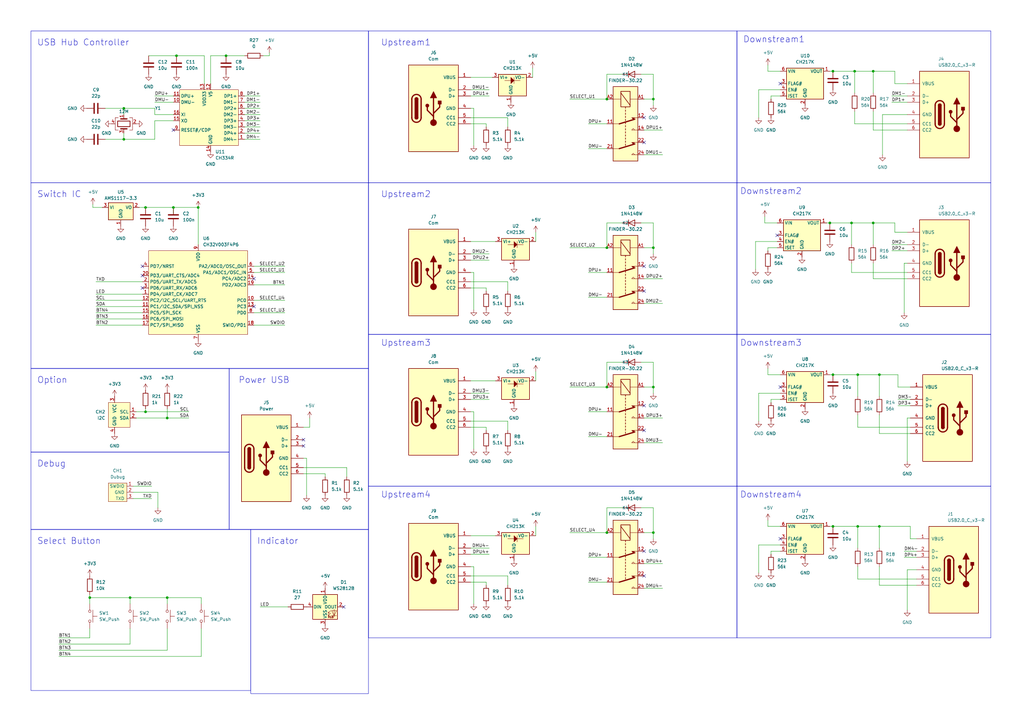
<source format=kicad_sch>
(kicad_sch (version 20230121) (generator eeschema)
  (paper "A3")
  (junction (at 53.34 245.11))
  (junction (at 351.79 215.9))
  (junction (at 341.63 215.9))
  (junction (at 349.25 91.44))
  (junction (at 267.97 101.6))
  (junction (at 92.71 22.86))
  (junction (at 358.14 29.21))
  (junction (at 50.8 44.45))
  (junction (at 267.97 158.75))
  (junction (at 360.68 153.67))
  (junction (at 340.36 91.44))
  (junction (at 350.52 29.21))
  (junction (at 59.69 168.91))
  (junction (at 248.92 101.6))
  (junction (at 267.97 218.44))
  (junction (at 358.14 91.44))
  (junction (at 248.92 40.64))
  (junction (at 248.92 158.75))
  (junction (at 248.92 218.44))
  (junction (at 68.58 171.45))
  (junction (at 50.8 57.15))
  (junction (at 81.28 85.09))
  (junction (at 59.69 85.09))
  (junction (at 360.68 215.9))
  (junction (at 267.97 40.64))
  (junction (at 36.83 245.11))
  (junction (at 71.12 85.09))
  (junction (at 351.79 153.67))
  (junction (at 72.39 22.86))
  (junction (at 341.63 153.67))
  (junction (at 68.58 245.11))
  (junction (at 341.63 29.21))
  (no_connect (at 264.16 58.42))
  (no_connect (at 58.42 118.11))
  (no_connect (at 264.16 166.37))
  (no_connect (at 71.12 53.34))
  (no_connect (at 264.16 236.22))
  (no_connect (at 104.14 114.3))
  (no_connect (at 264.16 109.22))
  (no_connect (at 104.14 125.73))
  (no_connect (at 318.77 96.52))
  (no_connect (at 264.16 176.53))
  (no_connect (at 124.46 182.88))
  (no_connect (at 320.04 34.29))
  (no_connect (at 320.04 158.75))
  (no_connect (at 140.97 248.92))
  (no_connect (at 124.46 180.34))
  (no_connect (at 58.42 113.03))
  (no_connect (at 264.16 226.06))
  (no_connect (at 320.04 220.98))
  (no_connect (at 264.16 48.26))
  (no_connect (at 58.42 109.22))
  (no_connect (at 264.16 119.38))
  (wire (pts (xy 358.14 91.44) (xy 358.14 100.33)))
  (wire (pts (xy 360.68 153.67) (xy 360.68 162.56)))
  (wire (pts (xy 360.68 177.8) (xy 373.38 177.8)))
  (wire (pts (xy 100.33 57.15) (xy 106.68 57.15)))
  (wire (pts (xy 370.84 228.6) (xy 375.92 228.6)))
  (wire (pts (xy 142.24 191.77) (xy 142.24 195.58)))
  (wire (pts (xy 218.44 31.75) (xy 218.44 27.94)))
  (wire (pts (xy 368.3 163.83) (xy 373.38 163.83)))
  (wire (pts (xy 193.04 106.68) (xy 200.66 106.68)))
  (wire (pts (xy 368.3 153.67) (xy 360.68 153.67)))
  (wire (pts (xy 313.69 88.9) (xy 313.69 91.44)))
  (wire (pts (xy 39.37 123.19) (xy 58.42 123.19)))
  (wire (pts (xy 264.16 114.3) (xy 271.78 114.3)))
  (wire (pts (xy 104.14 133.35) (xy 116.84 133.35)))
  (wire (pts (xy 361.95 63.5) (xy 361.95 46.99)))
  (wire (pts (xy 24.13 269.24) (xy 82.55 269.24)))
  (wire (pts (xy 255.27 148.59) (xy 248.92 148.59)))
  (wire (pts (xy 50.8 57.15) (xy 43.18 57.15)))
  (wire (pts (xy 208.28 48.26) (xy 208.28 52.07)))
  (wire (pts (xy 36.83 245.11) (xy 53.34 245.11)))
  (wire (pts (xy 68.58 167.64) (xy 68.58 171.45)))
  (wire (pts (xy 360.68 153.67) (xy 351.79 153.67)))
  (wire (pts (xy 264.16 158.75) (xy 267.97 158.75)))
  (wire (pts (xy 351.79 215.9) (xy 351.79 224.79)))
  (wire (pts (xy 314.96 215.9) (xy 320.04 215.9)))
  (wire (pts (xy 193.04 104.14) (xy 200.66 104.14)))
  (wire (pts (xy 68.58 245.11) (xy 68.58 247.65)))
  (wire (pts (xy 193.04 31.75) (xy 201.93 31.75)))
  (wire (pts (xy 372.11 189.23) (xy 372.11 171.45)))
  (wire (pts (xy 267.97 40.64) (xy 267.97 43.18)))
  (wire (pts (xy 365.76 102.87) (xy 372.11 102.87)))
  (wire (pts (xy 193.04 115.57) (xy 208.28 115.57)))
  (wire (pts (xy 219.71 99.06) (xy 219.71 95.25)))
  (wire (pts (xy 314.96 102.87) (xy 314.96 101.6)))
  (wire (pts (xy 50.8 44.45) (xy 50.8 46.99)))
  (wire (pts (xy 63.5 41.91) (xy 71.12 41.91)))
  (wire (pts (xy 193.04 219.71) (xy 203.2 219.71)))
  (wire (pts (xy 370.84 128.27) (xy 370.84 107.95)))
  (wire (pts (xy 193.04 50.8) (xy 199.39 50.8)))
  (wire (pts (xy 316.23 227.33) (xy 316.23 226.06)))
  (wire (pts (xy 367.03 91.44) (xy 358.14 91.44)))
  (wire (pts (xy 82.55 269.24) (xy 82.55 257.81)))
  (wire (pts (xy 53.34 245.11) (xy 53.34 247.65)))
  (wire (pts (xy 351.79 153.67) (xy 341.63 153.67)))
  (wire (pts (xy 340.36 215.9) (xy 341.63 215.9)))
  (wire (pts (xy 264.16 181.61) (xy 271.78 181.61)))
  (wire (pts (xy 264.16 124.46) (xy 271.78 124.46)))
  (wire (pts (xy 100.33 44.45) (xy 106.68 44.45)))
  (wire (pts (xy 267.97 218.44) (xy 267.97 220.98)))
  (wire (pts (xy 372.11 233.68) (xy 375.92 233.68)))
  (wire (pts (xy 349.25 91.44) (xy 349.25 100.33)))
  (wire (pts (xy 320.04 223.52) (xy 311.15 223.52)))
  (wire (pts (xy 264.16 171.45) (xy 271.78 171.45)))
  (wire (pts (xy 313.69 91.44) (xy 318.77 91.44)))
  (wire (pts (xy 358.14 91.44) (xy 349.25 91.44)))
  (wire (pts (xy 351.79 153.67) (xy 351.79 162.56)))
  (wire (pts (xy 100.33 54.61) (xy 106.68 54.61)))
  (wire (pts (xy 241.3 168.91) (xy 248.92 168.91)))
  (wire (pts (xy 208.28 172.72) (xy 208.28 176.53)))
  (wire (pts (xy 193.04 48.26) (xy 208.28 48.26)))
  (wire (pts (xy 368.3 158.75) (xy 373.38 158.75)))
  (wire (pts (xy 367.03 95.25) (xy 372.11 95.25)))
  (wire (pts (xy 193.04 39.37) (xy 200.66 39.37)))
  (wire (pts (xy 365.76 41.91) (xy 372.11 41.91)))
  (wire (pts (xy 193.04 44.45) (xy 194.31 44.45)))
  (wire (pts (xy 360.68 215.9) (xy 373.38 215.9)))
  (wire (pts (xy 68.58 266.7) (xy 68.58 257.81)))
  (wire (pts (xy 316.23 40.64) (xy 316.23 39.37)))
  (wire (pts (xy 351.79 237.49) (xy 375.92 237.49)))
  (wire (pts (xy 55.88 171.45) (xy 68.58 171.45)))
  (wire (pts (xy 86.36 22.86) (xy 86.36 34.29)))
  (wire (pts (xy 370.84 107.95) (xy 372.11 107.95)))
  (wire (pts (xy 194.31 111.76) (xy 194.31 127)))
  (wire (pts (xy 372.11 171.45) (xy 373.38 171.45)))
  (wire (pts (xy 267.97 148.59) (xy 267.97 158.75)))
  (wire (pts (xy 199.39 50.8) (xy 199.39 52.07)))
  (wire (pts (xy 372.11 100.33) (xy 365.76 100.33)))
  (wire (pts (xy 50.8 54.61) (xy 50.8 57.15)))
  (wire (pts (xy 100.33 49.53) (xy 106.68 49.53)))
  (wire (pts (xy 219.71 219.71) (xy 219.71 215.9)))
  (wire (pts (xy 100.33 52.07) (xy 106.68 52.07)))
  (wire (pts (xy 262.89 208.28) (xy 267.97 208.28)))
  (wire (pts (xy 314.96 29.21) (xy 320.04 29.21)))
  (wire (pts (xy 241.3 60.96) (xy 248.92 60.96)))
  (wire (pts (xy 124.46 191.77) (xy 142.24 191.77)))
  (wire (pts (xy 71.12 85.09) (xy 81.28 85.09)))
  (wire (pts (xy 264.16 231.14) (xy 271.78 231.14)))
  (wire (pts (xy 64.77 201.93) (xy 64.77 208.28)))
  (wire (pts (xy 193.04 99.06) (xy 203.2 99.06)))
  (wire (pts (xy 255.27 91.44) (xy 248.92 91.44)))
  (wire (pts (xy 193.04 224.79) (xy 200.66 224.79)))
  (wire (pts (xy 255.27 208.28) (xy 248.92 208.28)))
  (wire (pts (xy 372.11 250.19) (xy 372.11 233.68)))
  (wire (pts (xy 53.34 264.16) (xy 53.34 257.81)))
  (wire (pts (xy 372.11 53.34) (xy 358.14 53.34)))
  (wire (pts (xy 106.68 248.92) (xy 118.11 248.92)))
  (wire (pts (xy 194.31 44.45) (xy 194.31 59.69)))
  (wire (pts (xy 341.63 29.21) (xy 350.52 29.21)))
  (wire (pts (xy 100.33 39.37) (xy 106.68 39.37)))
  (wire (pts (xy 193.04 118.11) (xy 199.39 118.11)))
  (wire (pts (xy 36.83 261.62) (xy 36.83 257.81)))
  (wire (pts (xy 39.37 125.73) (xy 58.42 125.73)))
  (wire (pts (xy 39.37 133.35) (xy 58.42 133.35)))
  (wire (pts (xy 316.23 163.83) (xy 320.04 163.83)))
  (wire (pts (xy 193.04 156.21) (xy 203.2 156.21)))
  (wire (pts (xy 100.33 41.91) (xy 106.68 41.91)))
  (wire (pts (xy 241.3 238.76) (xy 248.92 238.76)))
  (wire (pts (xy 341.63 215.9) (xy 351.79 215.9)))
  (wire (pts (xy 367.03 34.29) (xy 372.11 34.29)))
  (wire (pts (xy 193.04 161.29) (xy 200.66 161.29)))
  (wire (pts (xy 82.55 245.11) (xy 82.55 247.65)))
  (wire (pts (xy 86.36 22.86) (xy 92.71 22.86)))
  (wire (pts (xy 83.82 22.86) (xy 83.82 34.29)))
  (wire (pts (xy 340.36 153.67) (xy 341.63 153.67)))
  (wire (pts (xy 311.15 161.29) (xy 311.15 172.72)))
  (wire (pts (xy 264.16 63.5) (xy 271.78 63.5)))
  (wire (pts (xy 311.15 223.52) (xy 311.15 234.95)))
  (wire (pts (xy 350.52 29.21) (xy 358.14 29.21)))
  (wire (pts (xy 264.16 101.6) (xy 267.97 101.6)))
  (wire (pts (xy 68.58 245.11) (xy 82.55 245.11)))
  (wire (pts (xy 314.96 151.13) (xy 314.96 153.67)))
  (wire (pts (xy 358.14 29.21) (xy 367.03 29.21)))
  (wire (pts (xy 24.13 266.7) (xy 68.58 266.7)))
  (wire (pts (xy 318.77 99.06) (xy 309.88 99.06)))
  (wire (pts (xy 59.69 168.91) (xy 77.47 168.91)))
  (wire (pts (xy 41.91 85.09) (xy 38.1 85.09)))
  (wire (pts (xy 233.68 101.6) (xy 248.92 101.6)))
  (wire (pts (xy 63.5 39.37) (xy 71.12 39.37)))
  (wire (pts (xy 262.89 148.59) (xy 267.97 148.59)))
  (wire (pts (xy 351.79 237.49) (xy 351.79 232.41)))
  (wire (pts (xy 373.38 220.98) (xy 375.92 220.98)))
  (wire (pts (xy 248.92 208.28) (xy 248.92 218.44)))
  (wire (pts (xy 193.04 36.83) (xy 200.66 36.83)))
  (wire (pts (xy 314.96 101.6) (xy 318.77 101.6)))
  (wire (pts (xy 59.69 85.09) (xy 71.12 85.09)))
  (wire (pts (xy 124.46 175.26) (xy 127 175.26)))
  (wire (pts (xy 233.68 218.44) (xy 248.92 218.44)))
  (wire (pts (xy 233.68 40.64) (xy 248.92 40.64)))
  (wire (pts (xy 255.27 30.48) (xy 248.92 30.48)))
  (wire (pts (xy 53.34 245.11) (xy 68.58 245.11)))
  (wire (pts (xy 68.58 171.45) (xy 77.47 171.45)))
  (wire (pts (xy 50.8 57.15) (xy 63.5 57.15)))
  (wire (pts (xy 349.25 111.76) (xy 372.11 111.76)))
  (wire (pts (xy 248.92 91.44) (xy 248.92 101.6)))
  (wire (pts (xy 39.37 120.65) (xy 58.42 120.65)))
  (wire (pts (xy 104.14 111.76) (xy 116.84 111.76)))
  (wire (pts (xy 349.25 111.76) (xy 349.25 107.95)))
  (wire (pts (xy 104.14 128.27) (xy 116.84 128.27)))
  (wire (pts (xy 350.52 29.21) (xy 350.52 38.1)))
  (wire (pts (xy 314.96 153.67) (xy 320.04 153.67)))
  (wire (pts (xy 63.5 44.45) (xy 63.5 46.99)))
  (wire (pts (xy 193.04 232.41) (xy 194.31 232.41)))
  (wire (pts (xy 361.95 46.99) (xy 372.11 46.99)))
  (wire (pts (xy 55.88 168.91) (xy 59.69 168.91)))
  (wire (pts (xy 340.36 29.21) (xy 341.63 29.21)))
  (wire (pts (xy 59.69 167.64) (xy 59.69 168.91)))
  (wire (pts (xy 104.14 109.22) (xy 116.84 109.22)))
  (wire (pts (xy 358.14 114.3) (xy 372.11 114.3)))
  (wire (pts (xy 81.28 85.09) (xy 81.28 100.33)))
  (wire (pts (xy 193.04 168.91) (xy 194.31 168.91)))
  (wire (pts (xy 104.14 116.84) (xy 116.84 116.84)))
  (wire (pts (xy 193.04 163.83) (xy 200.66 163.83)))
  (wire (pts (xy 92.71 22.86) (xy 100.33 22.86)))
  (wire (pts (xy 193.04 238.76) (xy 199.39 238.76)))
  (wire (pts (xy 351.79 215.9) (xy 360.68 215.9)))
  (wire (pts (xy 360.68 232.41) (xy 360.68 240.03)))
  (wire (pts (xy 193.04 111.76) (xy 194.31 111.76)))
  (wire (pts (xy 124.46 194.31) (xy 133.35 194.31)))
  (wire (pts (xy 38.1 85.09) (xy 38.1 83.82)))
  (wire (pts (xy 339.09 91.44) (xy 340.36 91.44)))
  (wire (pts (xy 320.04 161.29) (xy 311.15 161.29)))
  (wire (pts (xy 267.97 158.75) (xy 267.97 161.29)))
  (wire (pts (xy 316.23 226.06) (xy 320.04 226.06)))
  (wire (pts (xy 267.97 30.48) (xy 267.97 40.64)))
  (wire (pts (xy 360.68 215.9) (xy 360.68 224.79)))
  (wire (pts (xy 311.15 36.83) (xy 311.15 48.26)))
  (wire (pts (xy 63.5 49.53) (xy 71.12 49.53)))
  (wire (pts (xy 373.38 215.9) (xy 373.38 220.98)))
  (wire (pts (xy 36.83 245.11) (xy 36.83 247.65)))
  (wire (pts (xy 36.83 243.84) (xy 36.83 245.11)))
  (wire (pts (xy 248.92 148.59) (xy 248.92 158.75)))
  (wire (pts (xy 208.28 115.57) (xy 208.28 119.38)))
  (wire (pts (xy 199.39 175.26) (xy 199.39 176.53)))
  (wire (pts (xy 309.88 99.06) (xy 309.88 110.49)))
  (wire (pts (xy 241.3 50.8) (xy 248.92 50.8)))
  (wire (pts (xy 193.04 172.72) (xy 208.28 172.72)))
  (wire (pts (xy 358.14 45.72) (xy 358.14 53.34)))
  (wire (pts (xy 262.89 91.44) (xy 267.97 91.44)))
  (wire (pts (xy 264.16 53.34) (xy 271.78 53.34)))
  (wire (pts (xy 208.28 236.22) (xy 208.28 240.03)))
  (wire (pts (xy 133.35 194.31) (xy 133.35 195.58)))
  (wire (pts (xy 193.04 227.33) (xy 200.66 227.33)))
  (wire (pts (xy 368.3 158.75) (xy 368.3 153.67)))
  (wire (pts (xy 104.14 123.19) (xy 116.84 123.19)))
  (wire (pts (xy 248.92 30.48) (xy 248.92 40.64)))
  (wire (pts (xy 241.3 111.76) (xy 248.92 111.76)))
  (wire (pts (xy 199.39 118.11) (xy 199.39 119.38)))
  (wire (pts (xy 314.96 26.67) (xy 314.96 29.21)))
  (wire (pts (xy 351.79 175.26) (xy 373.38 175.26)))
  (wire (pts (xy 54.61 199.39) (xy 62.23 199.39)))
  (wire (pts (xy 264.16 218.44) (xy 267.97 218.44)))
  (wire (pts (xy 241.3 228.6) (xy 248.92 228.6)))
  (wire (pts (xy 100.33 46.99) (xy 106.68 46.99)))
  (wire (pts (xy 219.71 156.21) (xy 219.71 152.4)))
  (wire (pts (xy 110.49 22.86) (xy 107.95 22.86)))
  (wire (pts (xy 72.39 22.86) (xy 83.82 22.86)))
  (wire (pts (xy 71.12 85.09) (xy 71.12 87.63)))
  (wire (pts (xy 264.16 241.3) (xy 271.78 241.3)))
  (wire (pts (xy 54.61 204.47) (xy 62.23 204.47)))
  (wire (pts (xy 43.18 44.45) (xy 50.8 44.45)))
  (wire (pts (xy 241.3 121.92) (xy 248.92 121.92)))
  (wire (pts (xy 367.03 95.25) (xy 367.03 91.44)))
  (wire (pts (xy 39.37 128.27) (xy 58.42 128.27)))
  (wire (pts (xy 233.68 158.75) (xy 248.92 158.75)))
  (wire (pts (xy 351.79 175.26) (xy 351.79 170.18)))
  (wire (pts (xy 370.84 226.06) (xy 375.92 226.06)))
  (wire (pts (xy 350.52 50.8) (xy 350.52 45.72)))
  (wire (pts (xy 194.31 232.41) (xy 194.31 247.65)))
  (wire (pts (xy 57.15 85.09) (xy 59.69 85.09)))
  (wire (pts (xy 320.04 36.83) (xy 311.15 36.83)))
  (wire (pts (xy 316.23 165.1) (xy 316.23 163.83)))
  (wire (pts (xy 110.49 21.59) (xy 110.49 22.86)))
  (wire (pts (xy 193.04 175.26) (xy 199.39 175.26)))
  (wire (pts (xy 39.37 115.57) (xy 58.42 115.57)))
  (wire (pts (xy 368.3 166.37) (xy 373.38 166.37)))
  (wire (pts (xy 367.03 29.21) (xy 367.03 34.29)))
  (wire (pts (xy 350.52 50.8) (xy 372.11 50.8)))
  (wire (pts (xy 124.46 187.96) (xy 125.73 187.96)))
  (wire (pts (xy 199.39 238.76) (xy 199.39 240.03)))
  (wire (pts (xy 63.5 46.99) (xy 71.12 46.99)))
  (wire (pts (xy 316.23 39.37) (xy 320.04 39.37)))
  (wire (pts (xy 267.97 91.44) (xy 267.97 101.6)))
  (wire (pts (xy 39.37 130.81) (xy 58.42 130.81)))
  (wire (pts (xy 125.73 187.96) (xy 125.73 203.2)))
  (wire (pts (xy 54.61 201.93) (xy 64.77 201.93)))
  (wire (pts (xy 358.14 29.21) (xy 358.14 38.1)))
  (wire (pts (xy 349.25 91.44) (xy 340.36 91.44)))
  (wire (pts (xy 194.31 168.91) (xy 194.31 184.15)))
  (wire (pts (xy 193.04 236.22) (xy 208.28 236.22)))
  (wire (pts (xy 267.97 208.28) (xy 267.97 218.44)))
  (wire (pts (xy 360.68 170.18) (xy 360.68 177.8)))
  (wire (pts (xy 60.96 22.86) (xy 72.39 22.86)))
  (wire (pts (xy 50.8 44.45) (xy 63.5 44.45)))
  (wire (pts (xy 314.96 213.36) (xy 314.96 215.9)))
  (wire (pts (xy 241.3 179.07) (xy 248.92 179.07)))
  (wire (pts (xy 127 175.26) (xy 127 171.45)))
  (wire (pts (xy 358.14 107.95) (xy 358.14 114.3)))
  (wire (pts (xy 267.97 101.6) (xy 267.97 104.14)))
  (wire (pts (xy 24.13 261.62) (xy 36.83 261.62)))
  (wire (pts (xy 264.16 40.64) (xy 267.97 40.64)))
  (wire (pts (xy 24.13 264.16) (xy 53.34 264.16)))
  (wire (pts (xy 63.5 49.53) (xy 63.5 57.15)))
  (wire (pts (xy 262.89 30.48) (xy 267.97 30.48)))
  (wire (pts (xy 360.68 240.03) (xy 375.92 240.03)))
  (wire (pts (xy 365.76 39.37) (xy 372.11 39.37)))
  (rectangle (start 93.98 151.13) (end 151.13 217.17))
  (rectangle (start 302.26 137.16) (end 406.4 199.39))
  (rectangle (start 102.87 217.17) (end 151.13 284.48))
  (rectangle (start 151.13 137.16) (end 302.26 199.39))
  (rectangle (start 12.7 151.13) (end 93.98 185.42))
  (rectangle (start 302.26 12.7) (end 406.4 74.93))
  (rectangle (start 302.26 74.93) (end 406.4 137.16))
  (rectangle (start 12.7 185.42) (end 93.98 217.17))
  (rectangle (start 12.7 217.17) (end 102.87 283.21))
  (rectangle (start 12.7 12.7) (end 151.13 74.93))
  (rectangle (start 302.26 199.39) (end 406.4 261.62))
  (rectangle (start 151.13 74.93) (end 302.26 137.16))
  (rectangle (start 12.7 74.93) (end 151.13 151.13))
  (rectangle (start 151.13 12.7) (end 302.26 74.93))
  (rectangle (start 151.13 199.39) (end 302.26 261.62))
  (text "Switch IC" (at 15.24 81.28 0) (effects (font (size 2.54 2.54)) (justify left bottom)))
  (text "Debug" (at 15.24 191.77 0) (effects (font (size 2.54 2.54)) (justify left bottom)))
  (text "Upstream2" (at 156.21 81.28 0) (effects (font (size 2.54 2.54)) (justify left bottom)))
  (text "Downstream1" (at 304.8 17.78 0) (effects (font (size 2.54 2.54)) (justify left bottom)))
  (text "Select Button" (at 15.24 223.52 0) (effects (font (size 2.54 2.54)) (justify left bottom)))
  (text "Power USB" (at 97.79 157.48 0) (effects (font (size 2.54 2.54)) (justify left bottom)))
  (text "Upstream1" (at 156.21 19.05 0) (effects (font (size 2.54 2.54)) (justify left bottom)))
  (text "Upstream4" (at 156.21 204.47 0) (effects (font (size 2.54 2.54)) (justify left bottom)))
  (text "Indicator" (at 105.41 223.52 0) (effects (font (size 2.54 2.54)) (justify left bottom)))
  (text "Downstream3" (at 303.53 142.24 0) (effects (font (size 2.54 2.54)) (justify left bottom)))
  (text "USB Hub Controller" (at 15.24 19.05 0) (effects (font (size 2.54 2.54)) (justify left bottom)))
  (text "Downstream4" (at 303.53 204.47 0) (effects (font (size 2.54 2.54)) (justify left bottom)))
  (text "Option" (at 15.24 157.48 0) (effects (font (size 2.54 2.54)) (justify left bottom)))
  (text "Downstream2" (at 303.53 80.01 0) (effects (font (size 2.54 2.54)) (justify left bottom)))
  (text "Upstream3" (at 156.21 142.24 0) (effects (font (size 2.54 2.54)) (justify left bottom)))
  (label "DPU3+" (at 200.66 163.83 180))
  (label "BTN2" (at 24.13 264.16 0))
  (label "BTN1" (at 116.84 116.84 180))
  (label "DMU-" (at 63.5 41.91 0))
  (label "SELECT_U3" (at 233.68 158.75 0))
  (label "BTN2" (at 39.37 133.35 0))
  (label "SWDIO" (at 116.84 133.35 180))
  (label "DM3-" (at 368.3 163.83 0))
  (label "DPU+" (at 241.3 228.6 0))
  (label "SELECT_U4" (at 116.84 123.19 180))
  (label "DMU1-" (at 200.66 36.83 180))
  (label "BTN4" (at 39.37 128.27 0))
  (label "DMU4-" (at 271.78 241.3 180))
  (label "DPU+" (at 241.3 168.91 0))
  (label "BTN3" (at 39.37 130.81 0))
  (label "DMU-" (at 241.3 60.96 0))
  (label "DPU4+" (at 200.66 227.33 180))
  (label "SELECT_U1" (at 233.68 40.64 0))
  (label "BTN3" (at 24.13 266.7 0))
  (label "DMU-" (at 241.3 121.92 0))
  (label "LED" (at 106.68 248.92 0))
  (label "TXD" (at 39.37 115.57 0))
  (label "DM2-" (at 106.68 46.99 180))
  (label "SELECT_U1" (at 116.84 111.76 180))
  (label "DP2+" (at 365.76 102.87 0))
  (label "SELECT_U2" (at 116.84 109.22 180))
  (label "DMU-" (at 241.3 238.76 0))
  (label "DMU1-" (at 271.78 63.5 180))
  (label "DP3+" (at 368.3 166.37 0))
  (label "SELECT_U3" (at 116.84 128.27 180))
  (label "DPU2+" (at 200.66 106.68 180))
  (label "SELECT_U2" (at 233.68 101.6 0))
  (label "DPU3+" (at 271.78 171.45 180))
  (label "DM4-" (at 370.84 226.06 0))
  (label "DMU2-" (at 271.78 124.46 180))
  (label "DMU2-" (at 200.66 104.14 180))
  (label "DP2+" (at 106.68 44.45 180))
  (label "DMU3-" (at 271.78 181.61 180))
  (label "DP1+" (at 106.68 39.37 180))
  (label "DPU2+" (at 271.78 114.3 180))
  (label "SWDIO" (at 62.23 199.39 180))
  (label "DM2-" (at 365.76 100.33 0))
  (label "DPU+" (at 241.3 50.8 0))
  (label "DM3-" (at 106.68 52.07 180))
  (label "DP3+" (at 106.68 49.53 180))
  (label "TXD" (at 62.23 204.47 180))
  (label "SELECT_U4" (at 233.68 218.44 0))
  (label "SDA" (at 39.37 125.73 0))
  (label "DMU-" (at 241.3 179.07 0))
  (label "DMU3-" (at 200.66 161.29 180))
  (label "DPU+" (at 63.5 39.37 0))
  (label "DM1-" (at 365.76 39.37 0))
  (label "LED" (at 39.37 120.65 0))
  (label "DPU1+" (at 271.78 53.34 180))
  (label "DPU1+" (at 200.66 39.37 180))
  (label "DP4+" (at 370.84 228.6 0))
  (label "SDA" (at 77.47 171.45 180))
  (label "DP1+" (at 365.76 41.91 0))
  (label "DPU+" (at 241.3 111.76 0))
  (label "BTN1" (at 24.13 261.62 0))
  (label "DM1-" (at 106.68 41.91 180))
  (label "DPU4+" (at 271.78 231.14 180))
  (label "SCL" (at 39.37 123.19 0))
  (label "DM4-" (at 106.68 57.15 180))
  (label "BTN4" (at 24.13 269.24 0))
  (label "DP4+" (at 106.68 54.61 180))
  (label "DMU4-" (at 200.66 224.79 180))
  (label "SCL" (at 77.47 168.91 180))
  (symbol (lib_id "power:+5V") (at 314.96 26.67 0) (unit 1)
    (property "Reference" "#PWR01" (effects hide))
    (property "Value" "+5V" (at 314.96 21.59 0))
  )
  (symbol (lib_id "power:GND") (at 330.2 43.18 0) (unit 1)
    (property "Reference" "#PWR06" (effects hide))
    (property "Value" "GND" (at 330.2 48.26 0))
  )
  (symbol (lib_id "power:GND") (at 81.28 139.7 0) (unit 1)
    (property "Reference" "#PWR030" (effects hide))
    (property "Value" "GND" (at 81.28 144.78 0))
  )
  (symbol (lib_id "$74th:USB2.0_C_v3") (at 109.22 187.96 0) (unit 1)
    (property "Reference" "J5" (at 109.22 165.1 0))
    (property "Value" "Power" (at 109.22 167.64 0))
    (property "Footprint" "$74th:USB-C-12-Pin-MidMount-ali-v5" (effects hide))
    (property "Datasheet" "https://www.usb.org/sites/default/files/documents/usb_type-c.zip" (effects hide))
  )
  (symbol (lib_id "power:GND") (at 316.23 172.72 0) (unit 1)
    (property "Reference" "#PWR074" (effects hide))
    (property "Value" "GND" (at 316.23 177.8 0))
  )
  (symbol (lib_id "power:+5V") (at 219.71 152.4 0) (unit 1)
    (property "Reference" "#PWR048" (effects hide))
    (property "Value" "+5V" (at 219.71 147.32 0))
  )
  (symbol (lib_id "power:GND") (at 341.63 36.83 0) (unit 1)
    (property "Reference" "#PWR02" (effects hide))
    (property "Value" "GND" (at 341.63 41.91 0))
  )
  (symbol (lib_id "$74th:USB2.0_C_v3-R") (at 392.43 46.99 0) (unit 1)
    (property "Reference" "J4" (at 384.81 24.13 0) (effects (justify left)))
    (property "Value" "USB2.0_C_v3-R" (at 384.81 26.67 0) (effects (justify left)))
    (property "Footprint" "$74th:USB-C-12-Pin-MidMount-ali-v5" (effects hide))
    (property "Datasheet" "https://www.usb.org/sites/default/files/documents/usb_type-c.zip" (effects hide))
  )
  (symbol (lib_id "Device:C") (at 92.71 26.67 0) (unit 1)
    (property "Reference" "C8" (at 96.52 25.4 0) (effects (justify left)))
    (property "Value" "10u" (at 96.52 27.94 0) (effects (justify left)))
    (property "Footprint" "$74th:Capacitor_0603_1608" (effects hide))
  )
  (symbol (lib_id "$74th:USB2.0_C_v3") (at 177.8 111.76 0) (unit 1)
    (property "Reference" "J7" (at 177.8 88.9 0))
    (property "Value" "Com" (at 177.8 91.44 0))
    (property "Footprint" "$74th:USB-C-12-Pin-MidMount-ali-v5" (effects hide))
    (property "Datasheet" "https://www.usb.org/sites/default/files/documents/usb_type-c.zip" (effects hide))
  )
  (symbol (lib_id "Device:R") (at 208.28 123.19 0) (unit 1)
    (property "Reference" "R6" (at 210.82 121.92 0) (effects (justify left)))
    (property "Value" "5.1k" (at 210.82 124.46 0) (effects (justify left)))
    (property "Footprint" "$74th:Register_0603_1608" (effects hide))
  )
  (symbol (lib_id "power:GND") (at 316.23 234.95 0) (unit 1)
    (property "Reference" "#PWR076" (effects hide))
    (property "Value" "GND" (at 316.23 240.03 0))
  )
  (symbol (lib_id "Device:R") (at 350.52 41.91 0) (unit 1)
    (property "Reference" "R20" (at 353.06 40.64 0) (effects (justify left)))
    (property "Value" "56k" (at 353.06 43.18 0) (effects (justify left)))
    (property "Footprint" "$74th:Register_0603_1608" (effects hide))
  )
  (symbol (lib_id "power:GND") (at 361.95 63.5 0) (unit 1)
    (property "Reference" "#PWR05" (effects hide))
    (property "Value" "GND" (at 361.95 68.58 0))
  )
  (symbol (lib_id "power:GND") (at 133.35 203.2 0) (unit 1)
    (property "Reference" "#PWR015" (effects hide))
    (property "Value" "GND" (at 133.35 208.28 0))
  )
  (symbol (lib_id "Device:R") (at 104.14 22.86 270) (unit 1)
    (property "Reference" "R27" (at 104.14 16.51 90))
    (property "Value" "0" (at 104.14 19.05 90))
    (property "Footprint" "$74th:Register_0603_1608" (effects hide))
  )
  (symbol (lib_id "Device:C") (at 341.63 219.71 0) (unit 1)
    (property "Reference" "C4" (at 345.44 218.44 0) (effects (justify left)))
    (property "Value" "10u" (at 345.44 220.98 0) (effects (justify left)))
    (property "Footprint" "$74th:Capacitor_0603_1608" (effects hide))
  )
  (symbol (lib_id "$74th:CH213K-Ideal_Diode_for_USB_Power") (at 210.82 102.87 0) (unit 1)
    (property "Reference" "U2" (at 211.455 92.71 0))
    (property "Value" "CH213K" (at 211.455 95.25 0))
    (property "Footprint" "Package_TO_SOT_SMD:SOT-23" (effects hide))
  )
  (symbol (lib_id "Device:C") (at 340.36 95.25 0) (unit 1)
    (property "Reference" "C6" (at 344.17 93.98 0) (effects (justify left)))
    (property "Value" "10u" (at 344.17 96.52 0) (effects (justify left)))
    (property "Footprint" "$74th:Capacitor_0603_1608" (effects hide))
  )
  (symbol (lib_id "$74th:+3.3V") (at 68.58 160.02 0) (unit 1)
    (property "Reference" "#PWR055" (effects hide))
    (property "Value" "+3.3V" (at 68.58 154.94 0))
  )
  (symbol (lib_id "$74th:CH32V003F4P6") (at 81.28 127 0) (unit 1)
    (property "Reference" "U6" (at 83.2359 97.79 0) (effects (justify left)))
    (property "Value" "CH32V003F4P6" (at 83.2359 100.33 0) (effects (justify left)))
    (property "Footprint" "Package_SO:TSSOP-20_4.4x6.5mm_P0.65mm" (effects hide))
  )
  (symbol (lib_id "power:GND") (at 311.15 48.26 0) (unit 1)
    (property "Reference" "#PWR060" (effects hide))
    (property "Value" "GND" (at 311.15 53.34 0))
  )
  (symbol (lib_id "power:GND") (at 311.15 172.72 0) (unit 1)
    (property "Reference" "#PWR072" (effects hide))
    (property "Value" "GND" (at 311.15 177.8 0))
  )
  (symbol (lib_id "power:GND") (at 194.31 184.15 0) (unit 1)
    (property "Reference" "#PWR043" (effects hide))
    (property "Value" "GND" (at 194.31 189.23 0))
  )
  (symbol (lib_id "Device:R") (at 349.25 104.14 0) (unit 1)
    (property "Reference" "R15" (at 351.79 102.87 0) (effects (justify left)))
    (property "Value" "56k" (at 351.79 105.41 0) (effects (justify left)))
    (property "Footprint" "$74th:Register_0603_1608" (effects hide))
  )
  (symbol (lib_id "power:GND") (at 199.39 59.69 0) (unit 1)
    (property "Reference" "#PWR010" (effects hide))
    (property "Value" "GND" (at 199.39 64.77 0))
  )
  (symbol (lib_id "Device:C") (at 71.12 88.9 0) (unit 1)
    (property "Reference" "C2" (at 74.93 87.63 0) (effects (justify left)))
    (property "Value" "100n" (at 74.93 90.17 0) (effects (justify left)))
    (property "Footprint" "$74th:Capacitor_0603_1608" (effects hide))
  )
  (symbol (lib_id "Device:R") (at 142.24 199.39 0) (unit 1)
    (property "Reference" "R2" (at 144.78 198.12 0) (effects (justify left)))
    (property "Value" "5.1k" (at 144.78 200.66 0) (effects (justify left)))
    (property "Footprint" "$74th:Register_0603_1608" (effects hide))
  )
  (symbol (lib_id "power:GND") (at 64.77 208.28 0) (unit 1)
    (property "Reference" "#PWR031" (effects hide))
    (property "Value" "GND" (at 64.77 213.36 0))
  )
  (symbol (lib_id "$74th:CH32V003-DubugPort") (at 48.26 201.93 0) (unit 1)
    (property "Reference" "CH1" (at 48.26 193.04 0))
    (property "Value" "Dubug" (at 48.26 195.58 0))
    (property "Footprint" "$74th:CH32V003-DebugPort" (effects hide))
  )
  (symbol (lib_id "Device:C") (at 72.39 26.67 0) (unit 1)
    (property "Reference" "C11" (at 76.2 25.4 0) (effects (justify left)))
    (property "Value" "100n" (at 76.2 27.94 0) (effects (justify left)))
    (property "Footprint" "$74th:Capacitor_0603_1608" (effects hide))
  )
  (symbol (lib_id "Device:C") (at 60.96 26.67 0) (unit 1)
    (property "Reference" "C12" (at 64.77 25.4 0) (effects (justify left)))
    (property "Value" "10u" (at 64.77 27.94 0) (effects (justify left)))
    (property "Footprint" "$74th:Capacitor_0603_1608" (effects hide))
  )
  (symbol (lib_id "Device:R") (at 360.68 166.37 0) (unit 1)
    (property "Reference" "R14" (at 363.22 165.1 0) (effects (justify left)))
    (property "Value" "56k" (at 363.22 167.64 0) (effects (justify left)))
    (property "Footprint" "$74th:Register_0603_1608" (effects hide))
  )
  (symbol (lib_id "power:GND") (at 341.63 161.29 0) (unit 1)
    (property "Reference" "#PWR065" (effects hide))
    (property "Value" "GND" (at 341.63 166.37 0))
  )
  (symbol (lib_id "power:GND") (at 208.28 59.69 0) (unit 1)
    (property "Reference" "#PWR014" (effects hide))
    (property "Value" "GND" (at 208.28 64.77 0))
  )
  (symbol (lib_id "power:+5V") (at 110.49 21.59 0) (unit 1)
    (property "Reference" "#PWR077" (effects hide))
    (property "Value" "+5V" (at 110.49 16.51 0))
  )
  (symbol (lib_id "Regulator_Linear:AMS1117-3.3") (at 49.53 85.09 0) (unit 1)
    (property "Reference" "U5" (at 49.53 78.74 0))
    (property "Value" "AMS1117-3.3" (at 49.53 81.28 0))
    (property "Footprint" "Package_TO_SOT_SMD:SOT-89-3_Handsoldering" (effects hide))
    (property "Datasheet" "http://www.advanced-monolithic.com/pdf/ds1117.pdf" (effects hide))
  )
  (symbol (lib_id "power:GND") (at 133.35 256.54 0) (unit 1)
    (property "Reference" "#PWR033" (effects hide))
    (property "Value" "GND" (at 133.35 261.62 0))
  )
  (symbol (lib_id "power:+5V") (at 219.71 215.9 0) (unit 1)
    (property "Reference" "#PWR054" (effects hide))
    (property "Value" "+5V" (at 219.71 210.82 0))
  )
  (symbol (lib_id "power:+5V") (at 133.35 241.3 0) (unit 1)
    (property "Reference" "#PWR032" (effects hide))
    (property "Value" "+5V" (at 133.35 236.22 0))
  )
  (symbol (lib_id "$74th:CH213K-Ideal_Diode_for_USB_Power") (at 210.82 160.02 0) (unit 1)
    (property "Reference" "U3" (at 211.455 149.86 0))
    (property "Value" "CH213K" (at 211.455 152.4 0))
    (property "Footprint" "Package_TO_SOT_SMD:SOT-23" (effects hide))
  )
  (symbol (lib_id "Device:C") (at 39.37 57.15 90) (unit 1)
    (property "Reference" "C10" (at 39.37 49.53 90))
    (property "Value" "22p" (at 39.37 52.07 90))
    (property "Footprint" "$74th:Capacitor_0603_1608" (effects hide))
  )
  (symbol (lib_id "$74th:+3.3V") (at 36.83 236.22 0) (unit 1)
    (property "Reference" "#PWR04" (effects hide))
    (property "Value" "+3.3V" (at 36.83 231.14 0))
  )
  (symbol (lib_id "power:GND") (at 45.72 50.8 270) (unit 1)
    (property "Reference" "#PWR019" (effects hide))
    (property "Value" "GND" (at 45.72 54.61 90) (effects (justify right)))
  )
  (symbol (lib_id "Device:R") (at 68.58 163.83 0) (unit 1)
    (property "Reference" "R22" (at 71.12 162.56 0) (effects (justify left)))
    (property "Value" "1k" (at 71.12 165.1 0) (effects (justify left)))
    (property "Footprint" "$74th:Register_0603_1608" (effects hide))
  )
  (symbol (lib_id "Device:R") (at 199.39 180.34 0) (unit 1)
    (property "Reference" "R7" (at 201.93 179.07 0) (effects (justify left)))
    (property "Value" "5.1k" (at 201.93 181.61 0) (effects (justify left)))
    (property "Footprint" "$74th:Register_0603_1608" (effects hide))
  )
  (symbol (lib_id "power:GND") (at 194.31 59.69 0) (unit 1)
    (property "Reference" "#PWR017" (effects hide))
    (property "Value" "GND" (at 194.31 64.77 0))
  )
  (symbol (lib_id "Device:R") (at 358.14 104.14 0) (unit 1)
    (property "Reference" "R16" (at 360.68 102.87 0) (effects (justify left)))
    (property "Value" "56k" (at 360.68 105.41 0) (effects (justify left)))
    (property "Footprint" "$74th:Register_0603_1608" (effects hide))
  )
  (symbol (lib_id "power:GND") (at 35.56 44.45 270) (unit 1)
    (property "Reference" "#PWR049" (effects hide))
    (property "Value" "GND" (at 31.75 44.45 90) (effects (justify right)))
  )
  (symbol (lib_id "power:GND") (at 210.82 166.37 0) (unit 1)
    (property "Reference" "#PWR047" (effects hide))
    (property "Value" "GND" (at 210.82 171.45 0))
  )
  (symbol (lib_id "power:GND") (at 86.36 62.23 0) (unit 1)
    (property "Reference" "#PWR020" (effects hide))
    (property "Value" "GND" (at 86.36 67.31 0))
  )
  (symbol (lib_id "power:GND") (at 372.11 189.23 0) (unit 1)
    (property "Reference" "#PWR067" (effects hide))
    (property "Value" "GND" (at 372.11 194.31 0))
  )
  (symbol (lib_id "Device:R") (at 208.28 243.84 0) (unit 1)
    (property "Reference" "R10" (at 210.82 242.57 0) (effects (justify left)))
    (property "Value" "5.1k" (at 210.82 245.11 0) (effects (justify left)))
    (property "Footprint" "$74th:Register_0603_1608" (effects hide))
  )
  (symbol (lib_id "$74th:CH217K-USB_Power_Limit_Switch") (at 330.2 218.44 0) (unit 1)
    (property "Reference" "U7" (at 330.2 209.55 0))
    (property "Value" "CH217K" (at 330.2 212.09 0))
    (property "Footprint" "Package_TO_SOT_SMD:SOT-23-6" (effects hide))
  )
  (symbol (lib_id "Device:R") (at 358.14 41.91 0) (unit 1)
    (property "Reference" "R17" (at 360.68 40.64 0) (effects (justify left)))
    (property "Value" "56k" (at 360.68 43.18 0) (effects (justify left)))
    (property "Footprint" "$74th:Register_0603_1608" (effects hide))
  )
  (symbol (lib_id "power:GND") (at 49.53 92.71 0) (unit 1)
    (property "Reference" "#PWR046" (effects hide))
    (property "Value" "GND" (at 49.53 97.79 0))
  )
  (symbol (lib_id "$74th:I2C_Grove_HostSide") (at 49.53 168.91 0) (unit 1)
    (property "Reference" "CH2" (at 43.18 168.91 0) (effects (justify right)))
    (property "Value" "I2C" (at 43.18 171.45 0) (effects (justify right)))
    (property "Footprint" "$74th:HY2.0_Socket_SMD_4Pin" (effects hide))
  )
  (symbol (lib_id "Device:R") (at 59.69 163.83 0) (unit 1)
    (property "Reference" "R21" (at 62.23 162.56 0) (effects (justify left)))
    (property "Value" "1k" (at 62.23 165.1 0) (effects (justify left)))
    (property "Footprint" "$74th:Register_0603_1608" (effects hide))
  )
  (symbol (lib_id "power:GND") (at 199.39 184.15 0) (unit 1)
    (property "Reference" "#PWR044" (effects hide))
    (property "Value" "GND" (at 199.39 189.23 0))
  )
  (symbol (lib_id "Device:R") (at 199.39 55.88 0) (unit 1)
    (property "Reference" "R3" (at 201.93 54.61 0) (effects (justify left)))
    (property "Value" "5.1k" (at 201.93 57.15 0) (effects (justify left)))
    (property "Footprint" "$74th:Register_0603_1608" (effects hide))
  )
  (symbol (lib_id "Device:R") (at 133.35 199.39 0) (unit 1)
    (property "Reference" "R1" (at 135.89 198.12 0) (effects (justify left)))
    (property "Value" "5.1k" (at 135.89 200.66 0) (effects (justify left)))
    (property "Footprint" "$74th:Register_0603_1608" (effects hide))
  )
  (symbol (lib_id "power:GND") (at 370.84 128.27 0) (unit 1)
    (property "Reference" "#PWR061" (effects hide))
    (property "Value" "GND" (at 370.84 133.35 0))
  )
  (symbol (lib_id "Relay:FINDER-30.22") (at 256.54 111.76 270) (unit 1)
    (property "Reference" "K2" (at 256.54 91.44 90))
    (property "Value" "FINDER-30.22" (at 256.54 93.98 90))
    (property "Footprint" "Relay_THT:Relay_DPDT_Finder_30.22" (effects hide))
    (property "Datasheet" "http://gfinder.findernet.com/assets/Series/354/S30EN.pdf" (effects hide))
  )
  (symbol (lib_id "LED:WS2812B") (at 133.35 248.92 0) (unit 1)
    (property "Reference" "D1" (at 140.97 238.76 0))
    (property "Value" "WS2812B" (at 140.97 241.3 0))
    (property "Footprint" "LED_SMD:LED_WS2812B_PLCC4_5.0x5.0mm_P3.2mm" (effects hide))
    (property "Datasheet" "https://cdn-shop.adafruit.com/datasheets/WS2812B.pdf" (effects hide))
  )
  (symbol (lib_id "power:GND") (at 330.2 229.87 0) (unit 1)
    (property "Reference" "#PWR069" (effects hide))
    (property "Value" "GND" (at 330.2 234.95 0))
  )
  (symbol (lib_id "power:+5V") (at 219.71 95.25 0) (unit 1)
    (property "Reference" "#PWR035" (effects hide))
    (property "Value" "+5V" (at 219.71 90.17 0))
  )
  (symbol (lib_id "power:GND") (at 194.31 127 0) (unit 1)
    (property "Reference" "#PWR036" (effects hide))
    (property "Value" "GND" (at 194.31 132.08 0))
  )
  (symbol (lib_id "Switch:SW_Push") (at 82.55 252.73 270) (unit 1)
    (property "Reference" "SW4" (at 86.36 251.46 90) (effects (justify left)))
    (property "Value" "SW_Push" (at 86.36 254 90) (effects (justify left)))
    (property "Footprint" "$sparrow62:MXChocDirect_1Side_1.0u" (effects hide))
  )
  (symbol (lib_id "power:GND") (at 267.97 161.29 0) (unit 1)
    (property "Reference" "#PWR025" (effects hide))
    (property "Value" "GND" (at 267.97 166.37 0))
  )
  (symbol (lib_id "power:GND") (at 330.2 167.64 0) (unit 1)
    (property "Reference" "#PWR063" (effects hide))
    (property "Value" "GND" (at 330.2 172.72 0))
  )
  (symbol (lib_id "$74th:CH217K-USB_Power_Limit_Switch") (at 330.2 156.21 0) (unit 1)
    (property "Reference" "U8" (at 330.2 147.32 0))
    (property "Value" "CH217K" (at 330.2 149.86 0))
    (property "Footprint" "Package_TO_SOT_SMD:SOT-23-6" (effects hide))
  )
  (symbol (lib_id "Relay:FINDER-30.22") (at 256.54 50.8 270) (unit 1)
    (property "Reference" "K1" (at 256.54 30.48 90))
    (property "Value" "FINDER-30.22" (at 256.54 33.02 90))
    (property "Footprint" "Relay_THT:Relay_DPDT_Finder_30.22" (effects hide))
    (property "Datasheet" "http://gfinder.findernet.com/assets/Series/354/S30EN.pdf" (effects hide))
  )
  (symbol (lib_id "power:+5V") (at 218.44 27.94 0) (unit 1)
    (property "Reference" "#PWR021" (effects hide))
    (property "Value" "+5V" (at 218.44 22.86 0))
  )
  (symbol (lib_id "Device:R") (at 316.23 231.14 0) (unit 1)
    (property "Reference" "R23" (at 318.77 229.87 0) (effects (justify left)))
    (property "Value" "56k" (at 318.77 232.41 0) (effects (justify left)))
    (property "Footprint" "$74th:Register_0603_1608" (effects hide))
  )
  (symbol (lib_id "power:+5V") (at 313.69 88.9 0) (unit 1)
    (property "Reference" "#PWR056" (effects hide))
    (property "Value" "+5V" (at 313.69 83.82 0))
  )
  (symbol (lib_id "Device:D") (at 259.08 30.48 0) (unit 1)
    (property "Reference" "D2" (at 259.08 24.13 0))
    (property "Value" "1N4148W" (at 259.08 26.67 0))
    (property "Footprint" "$74th:D_SOD-123" (effects hide))
    (property "Sim.Device" "D" (effects hide))
    (property "Sim.Pins" "1=K 2=A" (effects hide))
  )
  (symbol (lib_id "Device:R") (at 36.83 240.03 0) (unit 1)
    (property "Reference" "R12" (at 39.37 238.76 0) (effects (justify left)))
    (property "Value" "10k" (at 39.37 241.3 0) (effects (justify left)))
    (property "Footprint" "$74th:Register_0603_1608" (effects hide))
  )
  (symbol (lib_id "$74th:CH217K-USB_Power_Limit_Switch") (at 328.93 93.98 0) (unit 1)
    (property "Reference" "U9" (at 328.93 85.09 0))
    (property "Value" "CH217K" (at 328.93 87.63 0))
    (property "Footprint" "Package_TO_SOT_SMD:SOT-23-6" (effects hide))
  )
  (symbol (lib_id "power:GND") (at 210.82 109.22 0) (unit 1)
    (property "Reference" "#PWR041" (effects hide))
    (property "Value" "GND" (at 210.82 114.3 0))
  )
  (symbol (lib_id "$74th:USB2.0_C_v3-R") (at 396.24 233.68 0) (unit 1)
    (property "Reference" "J1" (at 388.62 210.82 0) (effects (justify left)))
    (property "Value" "USB2.0_C_v3-R" (at 388.62 213.36 0) (effects (justify left)))
    (property "Footprint" "$74th:USB-C-12-Pin-MidMount-ali-v5" (effects hide))
    (property "Datasheet" "https://www.usb.org/sites/default/files/documents/usb_type-c.zip" (effects hide))
  )
  (symbol (lib_id "power:+5V") (at 314.96 151.13 0) (unit 1)
    (property "Reference" "#PWR062" (effects hide))
    (property "Value" "+5V" (at 314.96 146.05 0))
  )
  (symbol (lib_id "Device:R") (at 121.92 248.92 270) (unit 1)
    (property "Reference" "R11" (at 121.92 242.57 90))
    (property "Value" "27" (at 121.92 245.11 90))
    (property "Footprint" "$74th:Register_0603_1608" (effects hide))
  )
  (symbol (lib_id "power:GND") (at 142.24 203.2 0) (unit 1)
    (property "Reference" "#PWR016" (effects hide))
    (property "Value" "GND" (at 142.24 208.28 0))
  )
  (symbol (lib_id "power:GND") (at 35.56 57.15 270) (unit 1)
    (property "Reference" "#PWR042" (effects hide))
    (property "Value" "GND" (at 31.75 57.15 90) (effects (justify right)))
  )
  (symbol (lib_id "$74th:USB2.0_C_v3") (at 177.8 168.91 0) (unit 1)
    (property "Reference" "J8" (at 177.8 146.05 0))
    (property "Value" "Com" (at 177.8 148.59 0))
    (property "Footprint" "$74th:USB-C-12-Pin-MidMount-ali-v5" (effects hide))
    (property "Datasheet" "https://www.usb.org/sites/default/files/documents/usb_type-c.zip" (effects hide))
  )
  (symbol (lib_id "Device:D") (at 259.08 91.44 0) (unit 1)
    (property "Reference" "D3" (at 259.08 85.09 0))
    (property "Value" "1N4148W" (at 259.08 87.63 0))
    (property "Footprint" "$74th:D_SOD-123" (effects hide))
    (property "Sim.Device" "D" (effects hide))
    (property "Sim.Pins" "1=K 2=A" (effects hide))
  )
  (symbol (lib_id "Device:R") (at 199.39 123.19 0) (unit 1)
    (property "Reference" "R5" (at 201.93 121.92 0) (effects (justify left)))
    (property "Value" "5.1k" (at 201.93 124.46 0) (effects (justify left)))
    (property "Footprint" "$74th:Register_0603_1608" (effects hide))
  )
  (symbol (lib_id "Device:R") (at 351.79 166.37 0) (unit 1)
    (property "Reference" "R19" (at 354.33 165.1 0) (effects (justify left)))
    (property "Value" "56k" (at 354.33 167.64 0) (effects (justify left)))
    (property "Footprint" "$74th:Register_0603_1608" (effects hide))
  )
  (symbol (lib_id "power:GND") (at 372.11 250.19 0) (unit 1)
    (property "Reference" "#PWR073" (effects hide))
    (property "Value" "GND" (at 372.11 255.27 0))
  )
  (symbol (lib_id "Device:D") (at 259.08 208.28 0) (unit 1)
    (property "Reference" "D5" (at 259.08 201.93 0))
    (property "Value" "1N4148W" (at 259.08 204.47 0))
    (property "Footprint" "$74th:D_SOD-123" (effects hide))
    (property "Sim.Device" "D" (effects hide))
    (property "Sim.Pins" "1=K 2=A" (effects hide))
  )
  (symbol (lib_id "power:GND") (at 267.97 220.98 0) (unit 1)
    (property "Reference" "#PWR039" (effects hide))
    (property "Value" "GND" (at 267.97 226.06 0))
  )
  (symbol (lib_id "power:GND") (at 72.39 30.48 0) (unit 1)
    (property "Reference" "#PWR012" (effects hide))
    (property "Value" "GND" (at 72.39 35.56 0))
  )
  (symbol (lib_id "Relay:FINDER-30.22") (at 256.54 228.6 270) (unit 1)
    (property "Reference" "K4" (at 256.54 208.28 90))
    (property "Value" "FINDER-30.22" (at 256.54 210.82 90))
    (property "Footprint" "Relay_THT:Relay_DPDT_Finder_30.22" (effects hide))
    (property "Datasheet" "http://gfinder.findernet.com/assets/Series/354/S30EN.pdf" (effects hide))
  )
  (symbol (lib_id "power:GND") (at 316.23 48.26 0) (unit 1)
    (property "Reference" "#PWR064" (effects hide))
    (property "Value" "GND" (at 316.23 53.34 0))
  )
  (symbol (lib_id "power:GND") (at 267.97 43.18 0) (unit 1)
    (property "Reference" "#PWR026" (effects hide))
    (property "Value" "GND" (at 267.97 48.26 0))
  )
  (symbol (lib_id "power:GND") (at 328.93 105.41 0) (unit 1)
    (property "Reference" "#PWR057" (effects hide))
    (property "Value" "GND" (at 328.93 110.49 0))
  )
  (symbol (lib_id "Device:R") (at 351.79 228.6 0) (unit 1)
    (property "Reference" "R13" (at 354.33 227.33 0) (effects (justify left)))
    (property "Value" "56k" (at 354.33 229.87 0) (effects (justify left)))
    (property "Footprint" "$74th:Register_0603_1608" (effects hide))
  )
  (symbol (lib_id "Device:C") (at 341.63 33.02 0) (unit 1)
    (property "Reference" "C3" (at 345.44 31.75 0) (effects (justify left)))
    (property "Value" "10u" (at 345.44 34.29 0) (effects (justify left)))
    (property "Footprint" "$74th:Capacitor_0603_1608" (effects hide))
  )
  (symbol (lib_id "power:GND") (at 208.28 184.15 0) (unit 1)
    (property "Reference" "#PWR045" (effects hide))
    (property "Value" "GND" (at 208.28 189.23 0))
  )
  (symbol (lib_id "$74th:CH217K-USB_Power_Limit_Switch") (at 330.2 31.75 0) (unit 1)
    (property "Reference" "U10" (at 330.2 22.86 0))
    (property "Value" "CH217K" (at 330.2 25.4 0))
    (property "Footprint" "Package_TO_SOT_SMD:SOT-23-6" (effects hide))
  )
  (symbol (lib_id "power:GND") (at 125.73 203.2 0) (unit 1)
    (property "Reference" "#PWR023" (effects hide))
    (property "Value" "GND" (at 125.73 208.28 0))
  )
  (symbol (lib_id "power:GND") (at 92.71 30.48 0) (unit 1)
    (property "Reference" "#PWR08" (effects hide))
    (property "Value" "GND" (at 92.71 35.56 0))
  )
  (symbol (lib_id "$74th:CH334R-USB2.0_Hub_Controller") (at 87.63 38.1 0) (unit 1)
    (property "Reference" "U11" (at 88.3159 62.23 0) (effects (justify left)))
    (property "Value" "CH334R" (at 88.3159 64.77 0) (effects (justify left)))
    (property "Footprint" "Package_SO:QSOP-16_3.9x4.9mm_P0.635mm" (effects hide))
  )
  (symbol (lib_id "$74th:Oscillator_24GND") (at 50.8 50.8 270) (unit 1)
    (property "Reference" "Y1" (at 64.77 44.3483 90))
    (property "Value" "12M" (at 50.8 45.72 90))
    (property "Footprint" "$74th:Crystal_SMD_3225-4Pin_3.2x2.5mm_HandSoldering" (effects hide))
  )
  (symbol (lib_id "power:GND") (at 194.31 247.65 0) (unit 1)
    (property "Reference" "#PWR050" (effects hide))
    (property "Value" "GND" (at 194.31 252.73 0))
  )
  (symbol (lib_id "power:+5V") (at 38.1 83.82 0) (unit 1)
    (property "Reference" "#PWR027" (effects hide))
    (property "Value" "+5V" (at 38.1 78.74 0))
  )
  (symbol (lib_id "power:GND") (at 309.88 110.49 0) (unit 1)
    (property "Reference" "#PWR066" (effects hide))
    (property "Value" "GND" (at 309.88 115.57 0))
  )
  (symbol (lib_id "Device:C") (at 59.69 88.9 0) (unit 1)
    (property "Reference" "C1" (at 63.5 87.63 0) (effects (justify left)))
    (property "Value" "10u" (at 63.5 90.17 0) (effects (justify left)))
    (property "Footprint" "$74th:Capacitor_0603_1608" (effects hide))
  )
  (symbol (lib_id "$74th:+3.3V") (at 46.99 162.56 0) (unit 1)
    (property "Reference" "#PWR034" (effects hide))
    (property "Value" "+3.3V" (at 46.99 157.48 0))
  )
  (symbol (lib_id "Device:D") (at 259.08 148.59 0) (unit 1)
    (property "Reference" "D4" (at 259.08 142.24 0))
    (property "Value" "1N4148W" (at 259.08 144.78 0))
    (property "Footprint" "$74th:D_SOD-123" (effects hide))
    (property "Sim.Device" "D" (effects hide))
    (property "Sim.Pins" "1=K 2=A" (effects hide))
  )
  (symbol (lib_id "Switch:SW_Push") (at 36.83 252.73 270) (unit 1)
    (property "Reference" "SW1" (at 40.64 251.46 90) (effects (justify left)))
    (property "Value" "SW_Push" (at 40.64 254 90) (effects (justify left)))
    (property "Footprint" "$sparrow62:MXChocDirect_1Side_1.0u" (effects hide))
  )
  (symbol (lib_id "$74th:CH213K-Ideal_Diode_for_USB_Power") (at 209.55 35.56 0) (unit 1)
    (property "Reference" "U1" (at 210.185 25.4 0))
    (property "Value" "CH213K" (at 210.185 27.94 0))
    (property "Footprint" "Package_TO_SOT_SMD:SOT-23" (effects hide))
  )
  (symbol (lib_id "Device:R") (at 199.39 243.84 0) (unit 1)
    (property "Reference" "R9" (at 201.93 242.57 0) (effects (justify left)))
    (property "Value" "5.1k" (at 201.93 245.11 0) (effects (justify left)))
    (property "Footprint" "$74th:Register_0603_1608" (effects hide))
  )
  (symbol (lib_id "power:GND") (at 60.96 30.48 0) (unit 1)
    (property "Reference" "#PWR011" (effects hide))
    (property "Value" "GND" (at 60.96 35.56 0))
  )
  (symbol (lib_id "power:GND") (at 209.55 41.91 0) (unit 1)
    (property "Reference" "#PWR040" (effects hide))
    (property "Value" "GND" (at 209.55 46.99 0))
  )
  (symbol (lib_id "Device:R") (at 316.23 44.45 0) (unit 1)
    (property "Reference" "R25" (at 318.77 43.18 0) (effects (justify left)))
    (property "Value" "56k" (at 318.77 45.72 0) (effects (justify left)))
    (property "Footprint" "$74th:Register_0603_1608" (effects hide))
  )
  (symbol (lib_id "power:GND") (at 208.28 127 0) (unit 1)
    (property "Reference" "#PWR038" (effects hide))
    (property "Value" "GND" (at 208.28 132.08 0))
  )
  (symbol (lib_id "Device:R") (at 360.68 228.6 0) (unit 1)
    (property "Reference" "R18" (at 363.22 227.33 0) (effects (justify left)))
    (property "Value" "56k" (at 363.22 229.87 0) (effects (justify left)))
    (property "Footprint" "$74th:Register_0603_1608" (effects hide))
  )
  (symbol (lib_id "Device:R") (at 208.28 180.34 0) (unit 1)
    (property "Reference" "R8" (at 210.82 179.07 0) (effects (justify left)))
    (property "Value" "5.1k" (at 210.82 181.61 0) (effects (justify left)))
    (property "Footprint" "$74th:Register_0603_1608" (effects hide))
  )
  (symbol (lib_id "power:GND") (at 46.99 177.8 0) (unit 1)
    (property "Reference" "#PWR013" (effects hide))
    (property "Value" "GND" (at 46.99 182.88 0))
  )
  (symbol (lib_id "power:GND") (at 267.97 104.14 0) (unit 1)
    (property "Reference" "#PWR024" (effects hide))
    (property "Value" "GND" (at 267.97 109.22 0))
  )
  (symbol (lib_id "Switch:SW_Push") (at 68.58 252.73 270) (unit 1)
    (property "Reference" "SW3" (at 72.39 251.46 90) (effects (justify left)))
    (property "Value" "SW_Push" (at 72.39 254 90) (effects (justify left)))
    (property "Footprint" "$sparrow62:MXChocDirect_1Side_1.0u" (effects hide))
  )
  (symbol (lib_id "power:GND") (at 210.82 229.87 0) (unit 1)
    (property "Reference" "#PWR053" (effects hide))
    (property "Value" "GND" (at 210.82 234.95 0))
  )
  (symbol (lib_id "power:GND") (at 311.15 234.95 0) (unit 1)
    (property "Reference" "#PWR075" (effects hide))
    (property "Value" "GND" (at 311.15 240.03 0))
  )
  (symbol (lib_id "power:GND") (at 199.39 127 0) (unit 1)
    (property "Reference" "#PWR037" (effects hide))
    (property "Value" "GND" (at 199.39 132.08 0))
  )
  (symbol (lib_id "power:GND") (at 199.39 247.65 0) (unit 1)
    (property "Reference" "#PWR051" (effects hide))
    (property "Value" "GND" (at 199.39 252.73 0))
  )
  (symbol (lib_id "$74th:USB2.0_C_v3") (at 177.8 44.45 0) (unit 1)
    (property "Reference" "J6" (at 177.8 21.59 0))
    (property "Value" "Com" (at 177.8 24.13 0))
    (property "Footprint" "$74th:USB-C-12-Pin-MidMount-ali-v5" (effects hide))
    (property "Datasheet" "https://www.usb.org/sites/default/files/documents/usb_type-c.zip" (effects hide))
  )
  (symbol (lib_id "$74th:USB2.0_C_v3-R") (at 392.43 107.95 0) (unit 1)
    (property "Reference" "J3" (at 384.81 85.09 0) (effects (justify left)))
    (property "Value" "USB2.0_C_v3-R" (at 384.81 87.63 0) (effects (justify left)))
    (property "Footprint" "$74th:USB-C-12-Pin-MidMount-ali-v5" (effects hide))
    (property "Datasheet" "https://www.usb.org/sites/default/files/documents/usb_type-c.zip" (effects hide))
  )
  (symbol (lib_id "power:GND") (at 314.96 110.49 0) (unit 1)
    (property "Reference" "#PWR070" (effects hide))
    (property "Value" "GND" (at 314.96 115.57 0))
  )
  (symbol (lib_id "power:+5V") (at 314.96 213.36 0) (unit 1)
    (property "Reference" "#PWR068" (effects hide))
    (property "Value" "+5V" (at 314.96 208.28 0))
  )
  (symbol (lib_id "Device:R") (at 208.28 55.88 0) (unit 1)
    (property "Reference" "R4" (at 210.82 54.61 0) (effects (justify left)))
    (property "Value" "5.1k" (at 210.82 57.15 0) (effects (justify left)))
    (property "Footprint" "$74th:Register_0603_1608" (effects hide))
  )
  (symbol (lib_id "power:GND") (at 55.88 50.8 90) (unit 1)
    (property "Reference" "#PWR018" (effects hide))
    (property "Value" "GND" (at 55.88 54.61 90) (effects (justify right)))
  )
  (symbol (lib_id "power:GND") (at 208.28 247.65 0) (unit 1)
    (property "Reference" "#PWR052" (effects hide))
    (property "Value" "GND" (at 208.28 252.73 0))
  )
  (symbol (lib_id "power:GND") (at 341.63 223.52 0) (unit 1)
    (property "Reference" "#PWR071" (effects hide))
    (property "Value" "GND" (at 341.63 228.6 0))
  )
  (symbol (lib_id "power:GND") (at 71.12 92.71 0) (unit 1)
    (property "Reference" "#PWR029" (effects hide))
    (property "Value" "GND" (at 71.12 97.79 0))
  )
  (symbol (lib_id "Relay:FINDER-30.22") (at 256.54 168.91 270) (unit 1)
    (property "Reference" "K3" (at 256.54 148.59 90))
    (property "Value" "FINDER-30.22" (at 256.54 151.13 90))
    (property "Footprint" "Relay_THT:Relay_DPDT_Finder_30.22" (effects hide))
    (property "Datasheet" "http://gfinder.findernet.com/assets/Series/354/S30EN.pdf" (effects hide))
  )
  (symbol (lib_id "power:+5V") (at 127 171.45 0) (unit 1)
    (property "Reference" "#PWR022" (effects hide))
    (property "Value" "+5V" (at 127 166.37 0))
  )
  (symbol (lib_id "Device:C") (at 39.37 44.45 270) (unit 1)
    (property "Reference" "C9" (at 39.37 36.83 90))
    (property "Value" "22p" (at 39.37 39.37 90))
    (property "Footprint" "$74th:Capacitor_0603_1608" (effects hide))
  )
  (symbol (lib_id "$74th:+3.3V") (at 59.69 160.02 0) (unit 1)
    (property "Reference" "#PWR058" (effects hide))
    (property "Value" "+3.3V" (at 59.69 154.94 0))
  )
  (symbol (lib_id "Device:R") (at 316.23 168.91 0) (unit 1)
    (property "Reference" "R26" (at 318.77 167.64 0) (effects (justify left)))
    (property "Value" "56k" (at 318.77 170.18 0) (effects (justify left)))
    (property "Footprint" "$74th:Register_0603_1608" (effects hide))
  )
  (symbol (lib_id "Switch:SW_Push") (at 53.34 252.73 270) (unit 1)
    (property "Reference" "SW2" (at 57.15 251.46 90) (effects (justify left)))
    (property "Value" "SW_Push" (at 57.15 254 90) (effects (justify left)))
    (property "Footprint" "$sparrow62:MXChocDirect_1Side_1.0u" (effects hide))
  )
  (symbol (lib_id "$74th:USB2.0_C_v3-R") (at 393.7 171.45 0) (unit 1)
    (property "Reference" "J2" (at 386.08 148.59 0) (effects (justify left)))
    (property "Value" "USB2.0_C_v3-R" (at 386.08 151.13 0) (effects (justify left)))
    (property "Footprint" "$74th:USB-C-12-Pin-MidMount-ali-v5" (effects hide))
    (property "Datasheet" "https://www.usb.org/sites/default/files/documents/usb_type-c.zip" (effects hide))
  )
  (symbol (lib_id "$74th:USB2.0_C_v3") (at 177.8 232.41 0) (unit 1)
    (property "Reference" "J9" (at 177.8 209.55 0))
    (property "Value" "Com" (at 177.8 212.09 0))
    (property "Footprint" "$74th:USB-C-12-Pin-MidMount-ali-v5" (effects hide))
    (property "Datasheet" "https://www.usb.org/sites/default/files/documents/usb_type-c.zip" (effects hide))
  )
  (symbol (lib_id "$74th:+3.3V") (at 81.28 85.09 0) (unit 1)
    (property "Reference" "#PWR03" (effects hide))
    (property "Value" "+3.3V" (at 81.28 80.01 0))
  )
  (symbol (lib_id "Device:C") (at 341.63 157.48 0) (unit 1)
    (property "Reference" "C5" (at 345.44 156.21 0) (effects (justify left)))
    (property "Value" "10u" (at 345.44 158.75 0) (effects (justify left)))
    (property "Footprint" "$74th:Capacitor_0603_1608" (effects hide))
  )
  (symbol (lib_id "$74th:CH213K-Ideal_Diode_for_USB_Power") (at 210.82 223.52 0) (unit 1)
    (property "Reference" "U4" (at 211.455 213.36 0))
    (property "Value" "CH213K" (at 211.455 215.9 0))
    (property "Footprint" "Package_TO_SOT_SMD:SOT-23" (effects hide))
  )
  (symbol (lib_id "power:GND") (at 59.69 92.71 0) (unit 1)
    (property "Reference" "#PWR028" (effects hide))
    (property "Value" "GND" (at 59.69 97.79 0))
  )
  (symbol (lib_id "power:GND") (at 340.36 99.06 0) (unit 1)
    (property "Reference" "#PWR059" (effects hide))
    (property "Value" "GND" (at 340.36 104.14 0))
  )
  (symbol (lib_id "Device:R") (at 314.96 106.68 0) (unit 1)
    (property "Reference" "R24" (at 317.5 105.41 0) (effects (justify left)))
    (property "Value" "56k" (at 317.5 107.95 0) (effects (justify left)))
    (property "Footprint" "$74th:Register_0603_1608" (effects hide))
  )
)
</source>
